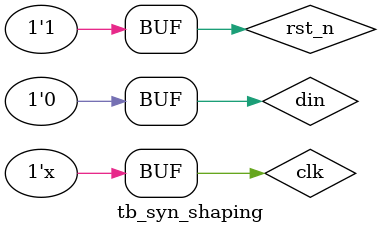
<source format=v>

`timescale 1ns/1ps

module tb_syn_shaping;
	
	reg 					clk;
	reg 					rst_n;
	reg 					din;
	wire 					dout;

	initial clk = 0;
	always #10 clk = ~clk;

	initial begin
		rst_n 	<= 		1'b0;
		din		<=		1'b0;
		#200
		rst_n 	<= 		1'b1;
		#300
		din		<=		1'b1;
		#10
		din		<=		1'b0;
		
	end

	syn_shaping inst_syn_shaping (
		.clk(clk),
		.rst_n(rst_n),
		.din(din),
		.dout(dout)
		);

endmodule
</source>
